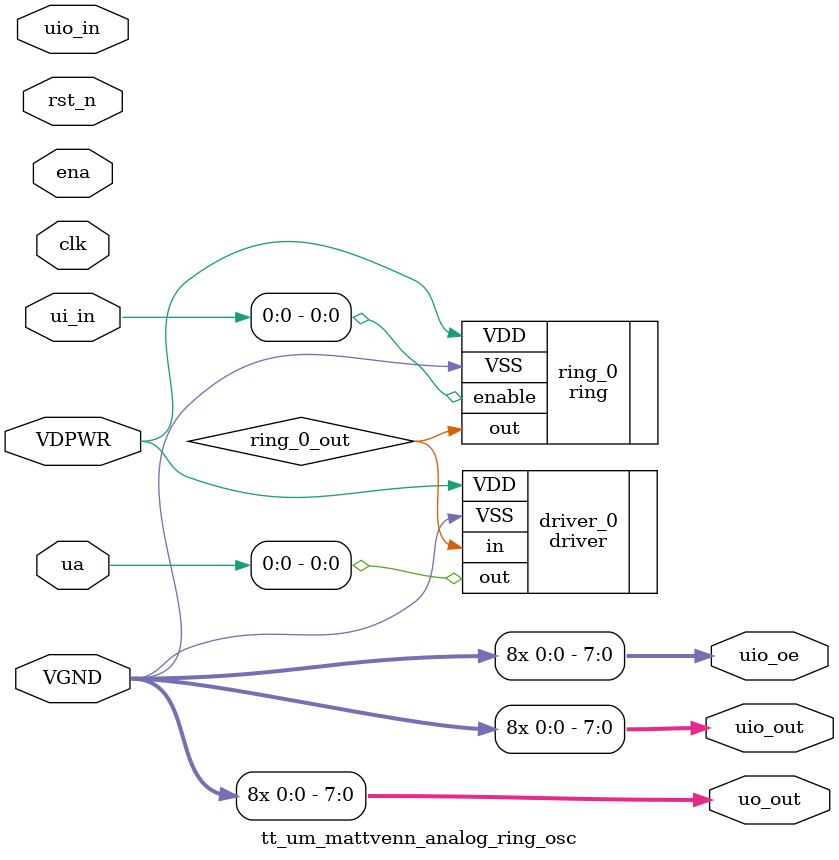
<source format=v>
/*
 * Copyright (c) 2024 Your Name
 * SPDX-License-Identifier: Apache-2.0
 */

`default_nettype none

module tt_um_mattvenn_analog_ring_osc (
    input  wire       VGND,
    input  wire       VDPWR,    // 1.8v power supply
//    input  wire       VAPWR,    // 3.3v power supply
    input  wire [7:0] ui_in,    // Dedicated inputs
    output wire [7:0] uo_out,   // Dedicated outputs
    input  wire [7:0] uio_in,   // IOs: Input path
    output wire [7:0] uio_out,  // IOs: Output path
    output wire [7:0] uio_oe,   // IOs: Enable path (active high: 0=input, 1=output)
    inout  wire [7:0] ua,       // Analog pins, only ua[5:0] can be used
    input  wire       ena,      // always 1 when the design is powered, so you can ignore it
    input  wire       clk,      // clock
    input  wire       rst_n     // reset_n - low to reset
);

    wire ring_0_out;

    ring ring_0(
        .VDD(VDPWR),
        .VSS(VGND),
        .enable(ui_in[0]),
        .out(ring_0_out)
    );

    driver driver_0(
        .VDD(VDPWR),
        .VSS(VGND),
        .in(ring_0_out),
        .out(ua[0])
    );
    // ties for the output enables
    assign uo_out[0] = VGND;
    assign uo_out[1] = VGND;
    assign uo_out[2] = VGND;
    assign uo_out[3] = VGND;
    assign uo_out[4] = VGND;
    assign uo_out[5] = VGND;
    assign uo_out[6] = VGND;
    assign uo_out[7] = VGND;

    assign uio_out[0] = VGND;
    assign uio_out[1] = VGND;
    assign uio_out[2] = VGND;
    assign uio_out[3] = VGND;
    assign uio_out[4] = VGND;
    assign uio_out[5] = VGND;
    assign uio_out[6] = VGND;
    assign uio_out[7] = VGND;

    assign uio_oe[0] = VGND;
    assign uio_oe[1] = VGND;
    assign uio_oe[2] = VGND;
    assign uio_oe[3] = VGND;
    assign uio_oe[4] = VGND;
    assign uio_oe[5] = VGND;
    assign uio_oe[6] = VGND;
    assign uio_oe[7] = VGND;

endmodule

</source>
